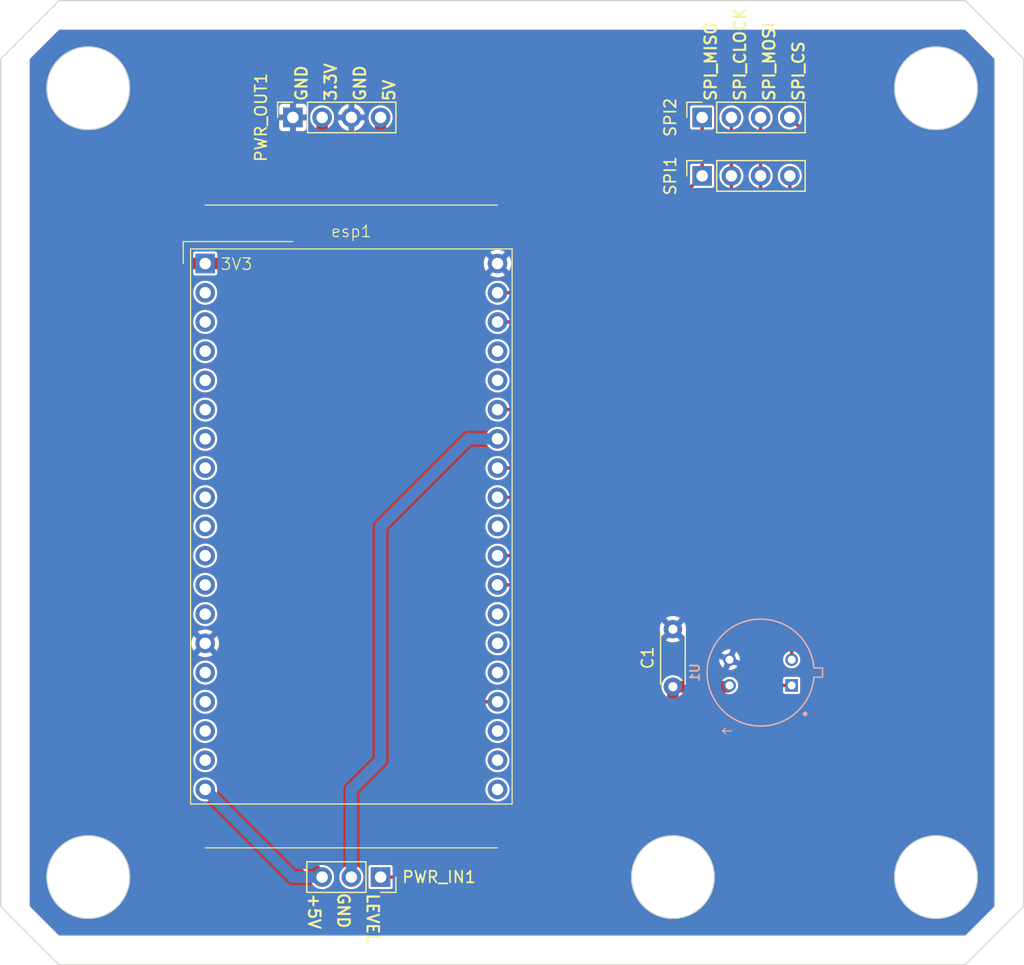
<source format=kicad_pcb>
(kicad_pcb (version 20221018) (generator pcbnew)
  (layers (0 "F.Cu" signal) (31 "B.Cu" signal) (34 "B.Paste" user) (35 "F.Paste" user) (36 "B.SilkS" user "B.Silkscreen") (37 "F.SilkS" user "F.Silkscreen") (38 "B.Mask" user) (39 "F.Mask" user) (44 "Edge.Cuts" user))
  (net 0 "")
  (net 1 "+3.3V")
  (net 2 "MLX_SCL")
  (net 3 "MLX_SDA")
  (net 4 "BatteryLevel")
  (net 5 "GND1")
  (net 6 "+5V")
  (net 30 "SPI_MISO")
  (net 31 "SPI_MOSI")
  (net 32 "SPI_CLOCK")
  (net 33 "SPI_CS2")
  (net 34 "SPI_CS1")
  (net 36 "GND")
  (footprint "Connector_PinSocket_2.54mm:PinSocket_1x04_P2.54mm_Vertical" (layer "F.Cu") (at 43.18 25.4 90)
    (fp_text reference "PWR_OUT1" (at 0 -2.77 90) (layer "F.SilkS"))
    (fp_text value "PowerOut")
    (fp_line (start -1.33 1.27) (end -1.33 8.95) (stroke (width 0.12)) (layer "F.SilkS"))
    (fp_line (start -1.33 1.27) (end 1.33 1.27) (stroke (width 0.12)) (layer "F.SilkS"))
    (fp_line (start -1.33 8.95) (end 1.33 8.95) (stroke (width 0.12)) (layer "F.SilkS"))
    (fp_line (start 0 -1.33) (end 1.33 -1.33) (stroke (width 0.12)) (layer "F.SilkS"))
    (fp_line (start 1.33 -1.33) (end 1.33 0) (stroke (width 0.12)) (layer "F.SilkS"))
    (fp_line (start 1.33 1.27) (end 1.33 8.95) (stroke (width 0.12)) (layer "F.SilkS"))
    (pad "1" thru_hole rect (at 0 0 90) (size 1.7 1.7) (drill 1) (layers "*.Cu" "*.Mask") (net 36 "GND"))
    (pad "2" thru_hole oval (at 0 2.54 90) (size 1.7 1.7) (drill 1) (layers "*.Cu" "*.Mask") (net 1 "+3.3V"))
    (pad "3" thru_hole oval (at 0 5.08 90) (size 1.7 1.7) (drill 1) (layers "*.Cu" "*.Mask") (net 36 "GND"))
    (pad "4" thru_hole oval (at 0 7.62 90) (size 1.7 1.7) (drill 1) (layers "*.Cu" "*.Mask") (net 6 "+5V"))
  )
  (footprint "Connector_PinSocket_2.54mm:PinSocket_1x04_P2.54mm_Vertical" (layer "F.Cu") (at 78.74 30.48 90)
    (fp_text reference "SPI1" (at 0 -2.77 90) (layer "F.SilkS"))
    (fp_text value "SPI1" hide)
    (fp_line (start -1.33 1.27) (end -1.33 8.95) (stroke (width 0.12)) (layer "F.SilkS"))
    (fp_line (start -1.33 1.27) (end 1.33 1.27) (stroke (width 0.12)) (layer "F.SilkS"))
    (fp_line (start -1.33 8.95) (end 1.33 8.95) (stroke (width 0.12)) (layer "F.SilkS"))
    (fp_line (start 0 -1.33) (end 1.33 -1.33) (stroke (width 0.12)) (layer "F.SilkS"))
    (fp_line (start 1.33 -1.33) (end 1.33 0) (stroke (width 0.12)) (layer "F.SilkS"))
    (fp_line (start 1.33 1.27) (end 1.33 8.95) (stroke (width 0.12)) (layer "F.SilkS"))
    (pad "1" thru_hole rect (at 0 0 90) (size 1.7 1.7) (drill 1) (layers "*.Cu" "*.Mask") (net 30 "SPI_MISO"))
    (pad "2" thru_hole oval (at 0 2.54 90) (size 1.7 1.7) (drill 1) (layers "*.Cu" "*.Mask") (net 32 "SPI_CLOCK"))
    (pad "3" thru_hole oval (at 0 5.08 90) (size 1.7 1.7) (drill 1) (layers "*.Cu" "*.Mask") (net 31 "SPI_MOSI"))
    (pad "4" thru_hole oval (at 0 7.62 90) (size 1.7 1.7) (drill 1) (layers "*.Cu" "*.Mask") (net 34 "SPI_CS1"))
  )
  (footprint "Connector_PinSocket_2.54mm:PinSocket_1x04_P2.54mm_Vertical" (layer "F.Cu") (at 78.74 25.4 90)
    (fp_text reference "SPI2" (at 0 -2.77 90) (layer "F.SilkS"))
    (fp_text value "SPI2")
    (fp_line (start -1.33 1.27) (end -1.33 8.95) (stroke (width 0.12)) (layer "F.SilkS"))
    (fp_line (start -1.33 1.27) (end 1.33 1.27) (stroke (width 0.12)) (layer "F.SilkS"))
    (fp_line (start -1.33 8.95) (end 1.33 8.95) (stroke (width 0.12)) (layer "F.SilkS"))
    (fp_line (start 0 -1.33) (end 1.33 -1.33) (stroke (width 0.12)) (layer "F.SilkS"))
    (fp_line (start 1.33 -1.33) (end 1.33 0) (stroke (width 0.12)) (layer "F.SilkS"))
    (fp_line (start 1.33 1.27) (end 1.33 8.95) (stroke (width 0.12)) (layer "F.SilkS"))
    (pad "1" thru_hole rect (at 0 0 90) (size 1.7 1.7) (drill 1) (layers "*.Cu" "*.Mask") (net 30 "SPI_MISO"))
    (pad "2" thru_hole oval (at 0 2.54 90) (size 1.7 1.7) (drill 1) (layers "*.Cu" "*.Mask") (net 32 "SPI_CLOCK"))
    (pad "3" thru_hole oval (at 0 5.08 90) (size 1.7 1.7) (drill 1) (layers "*.Cu" "*.Mask") (net 31 "SPI_MOSI"))
    (pad "4" thru_hole oval (at 0 7.62 90) (size 1.7 1.7) (drill 1) (layers "*.Cu" "*.Mask") (net 33 "SPI_CS2"))
  )
  (footprint "Library:AZdelivery_nodemcu_esp32" (layer "F.Cu") (at 48.26 58.42)
    (fp_text reference "esp1" (at 0 -23.114 unlocked) (layer "F.SilkS") (effects (font (thickness 0.1))))
    (fp_text value "~")
    (fp_text user "3V3" (at -11.43 -19.685 unlocked) (layer "F.SilkS") (effects (font (thickness 0.1)) (justify left bottom)))
    (fp_line (start -14.605 -22.225) (end -14.605 -20.32) (stroke (width 0.1)) (layer "F.SilkS"))
    (fp_line (start -13.97 -21.59) (end -13.97 26.67) (stroke (width 0.1)) (layer "F.SilkS"))
    (fp_line (start -13.97 26.67) (end 13.97 26.67) (stroke (width 0.1)) (layer "F.SilkS"))
    (fp_line (start -5.08 -22.225) (end -14.605 -22.225) (stroke (width 0.1)) (layer "F.SilkS"))
    (fp_line (start 12.7 -25.4) (end -12.7 -25.4) (stroke (width 0.1)) (layer "F.SilkS"))
    (fp_line (start 12.7 30.48) (end -12.7 30.48) (stroke (width 0.1)) (layer "F.SilkS"))
    (fp_line (start 13.97 -21.59) (end -13.97 -21.59) (stroke (width 0.1)) (layer "F.SilkS"))
    (fp_line (start 13.97 26.67) (end 13.97 -21.59) (stroke (width 0.1)) (layer "F.SilkS"))
    (pad "1" thru_hole rect (at -12.7 -20.32) (size 1.7 1.7) (drill 1) (layers "*.Cu" "*.Mask") (net 1 "+3.3V"))
    (pad "2" thru_hole circle (at -12.7 -17.78) (size 1.7 1.7) (drill 1) (layers "*.Cu" "*.Mask"))
    (pad "3" thru_hole circle (at -12.7 -15.24) (size 1.7 1.7) (drill 1) (layers "*.Cu" "*.Mask"))
    (pad "4" thru_hole circle (at -12.7 -12.7) (size 1.7 1.7) (drill 1) (layers "*.Cu" "*.Mask"))
    (pad "5" thru_hole circle (at -12.7 -10.16) (size 1.7 1.7) (drill 1) (layers "*.Cu" "*.Mask"))
    (pad "6" thru_hole circle (at -12.7 -7.62) (size 1.7 1.7) (drill 1) (layers "*.Cu" "*.Mask"))
    (pad "7" thru_hole circle (at -12.7 -5.08) (size 1.7 1.7) (drill 1) (layers "*.Cu" "*.Mask"))
    (pad "8" thru_hole circle (at -12.7 -2.54) (size 1.7 1.7) (drill 1) (layers "*.Cu" "*.Mask"))
    (pad "9" thru_hole circle (at -12.7 0) (size 1.7 1.7) (drill 1) (layers "*.Cu" "*.Mask"))
    (pad "10" thru_hole circle (at -12.7 2.54) (size 1.7 1.7) (drill 1) (layers "*.Cu" "*.Mask"))
    (pad "11" thru_hole circle (at -12.7 5.08) (size 1.7 1.7) (drill 1) (layers "*.Cu" "*.Mask"))
    (pad "12" thru_hole circle (at -12.7 7.62) (size 1.7 1.7) (drill 1) (layers "*.Cu" "*.Mask"))
    (pad "13" thru_hole circle (at -12.7 10.16) (size 1.7 1.7) (drill 1) (layers "*.Cu" "*.Mask"))
    (pad "14" thru_hole circle (at -12.7 12.7) (size 1.7 1.7) (drill 1) (layers "*.Cu" "*.Mask") (net 36 "GND"))
    (pad "15" thru_hole circle (at -12.7 15.24) (size 1.7 1.7) (drill 1) (layers "*.Cu" "*.Mask"))
    (pad "16" thru_hole circle (at -12.7 17.78) (size 1.7 1.7) (drill 1) (layers "*.Cu" "*.Mask"))
    (pad "17" thru_hole circle (at -12.7 20.32) (size 1.7 1.7) (drill 1) (layers "*.Cu" "*.Mask"))
    (pad "18" thru_hole circle (at -12.7 22.86) (size 1.7 1.7) (drill 1) (layers "*.Cu" "*.Mask"))
    (pad "19" thru_hole circle (at -12.7 25.4) (size 1.7 1.7) (drill 1) (layers "*.Cu" "*.Mask") (net 6 "+5V"))
    (pad "20" thru_hole circle (at 12.7 -20.32) (size 1.7 1.7) (drill 1) (layers "*.Cu" "*.Mask") (net 36 "GND"))
    (pad "21" thru_hole circle (at 12.7 -17.78) (size 1.7 1.7) (drill 1) (layers "*.Cu" "*.Mask") (net 30 "SPI_MISO"))
    (pad "22" thru_hole circle (at 12.7 -15.24) (size 1.7 1.7) (drill 1) (layers "*.Cu" "*.Mask") (net 32 "SPI_CLOCK"))
    (pad "23" thru_hole circle (at 12.7 -12.7) (size 1.7 1.7) (drill 1) (layers "*.Cu" "*.Mask"))
    (pad "24" thru_hole circle (at 12.7 -10.16) (size 1.7 1.7) (drill 1) (layers "*.Cu" "*.Mask"))
    (pad "25" thru_hole circle (at 12.7 -7.62) (size 1.7 1.7) (drill 1) (layers "*.Cu" "*.Mask") (net 31 "SPI_MOSI"))
    (pad "26" thru_hole circle (at 12.7 -5.08) (size 1.7 1.7) (drill 1) (layers "*.Cu" "*.Mask") (net 5 "GND1"))
    (pad "27" thru_hole circle (at 12.7 -2.54) (size 1.7 1.7) (drill 1) (layers "*.Cu" "*.Mask") (net 34 "SPI_CS1"))
    (pad "28" thru_hole circle (at 12.7 0) (size 1.7 1.7) (drill 1) (layers "*.Cu" "*.Mask") (net 33 "SPI_CS2"))
    (pad "29" thru_hole circle (at 12.7 2.54) (size 1.7 1.7) (drill 1) (layers "*.Cu" "*.Mask"))
    (pad "30" thru_hole circle (at 12.7 5.08) (size 1.7 1.7) (drill 1) (layers "*.Cu" "*.Mask") (net 3 "MLX_SDA"))
    (pad "31" thru_hole circle (at 12.7 7.62) (size 1.7 1.7) (drill 1) (layers "*.Cu" "*.Mask") (net 2 "MLX_SCL"))
    (pad "32" thru_hole circle (at 12.7 10.16) (size 1.7 1.7) (drill 1) (layers "*.Cu" "*.Mask"))
    (pad "33" thru_hole circle (at 12.7 12.7) (size 1.7 1.7) (drill 1) (layers "*.Cu" "*.Mask"))
    (pad "34" thru_hole circle (at 12.7 15.24) (size 1.7 1.7) (drill 1) (layers "*.Cu" "*.Mask"))
    (pad "35" thru_hole circle (at 12.7 17.78) (size 1.7 1.7) (drill 1) (layers "*.Cu" "*.Mask") (net 4 "BatteryLevel"))
    (pad "36" thru_hole circle (at 12.7 20.32) (size 1.7 1.7) (drill 1) (layers "*.Cu" "*.Mask"))
    (pad "37" thru_hole circle (at 12.7 22.86) (size 1.7 1.7) (drill 1) (layers "*.Cu" "*.Mask"))
    (pad "38" thru_hole circle (at 12.7 25.4) (size 1.7 1.7) (drill 1) (layers "*.Cu" "*.Mask"))
  )
  (footprint "Connector_PinSocket_2.54mm:PinSocket_1x03_P2.54mm_Vertical" (layer "F.Cu") (at 50.8 91.44 -90)
    (fp_text reference "PWR_IN1" (at 0 -5.08) (layer "F.SilkS"))
    (fp_text value "Battery")
    (fp_line (start -1.33 1.27) (end -1.33 6.41) (stroke (width 0.12)) (layer "F.SilkS"))
    (fp_line (start -1.33 1.27) (end 1.33 1.27) (stroke (width 0.12)) (layer "F.SilkS"))
    (fp_line (start -1.33 6.41) (end 1.33 6.41) (stroke (width 0.12)) (layer "F.SilkS"))
    (fp_line (start 0 -1.33) (end 1.33 -1.33) (stroke (width 0.12)) (layer "F.SilkS"))
    (fp_line (start 1.33 -1.33) (end 1.33 0) (stroke (width 0.12)) (layer "F.SilkS"))
    (fp_line (start 1.33 1.27) (end 1.33 6.41) (stroke (width 0.12)) (layer "F.SilkS"))
    (pad "1" thru_hole rect (at 0 0 270) (size 1.7 1.7) (drill 1) (layers "*.Cu" "*.Mask") (net 4 "BatteryLevel"))
    (pad "2" thru_hole oval (at 0 2.54 270) (size 1.7 1.7) (drill 1) (layers "*.Cu" "*.Mask") (net 5 "GND1"))
    (pad "3" thru_hole oval (at 0 5.08 270) (size 1.7 1.7) (drill 1) (layers "*.Cu" "*.Mask") (net 6 "+5V"))
  )
  (footprint "Capacitor_THT:C_Disc_D4.3mm_W1.9mm_P5.00mm" (layer "F.Cu") (at 76.2 74.89 90)
    (fp_text reference "C1" (at 2.5 -2.2 90) (layer "F.SilkS"))
    (fp_text value "C_Polarized")
    (fp_line (start 0.23 -1.07) (end 0.23 -1.055) (stroke (width 0.12)) (layer "F.SilkS"))
    (fp_line (start 0.23 -1.07) (end 4.77 -1.07) (stroke (width 0.12)) (layer "F.SilkS"))
    (fp_line (start 0.23 1.055) (end 0.23 1.07) (stroke (width 0.12)) (layer "F.SilkS"))
    (fp_line (start 0.23 1.07) (end 4.77 1.07) (stroke (width 0.12)) (layer "F.SilkS"))
    (fp_line (start 4.77 -1.07) (end 4.77 -1.055) (stroke (width 0.12)) (layer "F.SilkS"))
    (fp_line (start 4.77 1.055) (end 4.77 1.07) (stroke (width 0.12)) (layer "F.SilkS"))
    (pad "1" thru_hole circle (at 0 0 90) (size 1.6 1.6) (drill 0.8) (layers "*.Cu" "*.Mask") (net 1 "+3.3V"))
    (pad "2" thru_hole circle (at 5 0 90) (size 1.6 1.6) (drill 0.8) (layers "*.Cu" "*.Mask") (net 36 "GND"))
  )
  (footprint "Library:TO292P930H600-4" (layer "B.Cu") (at 83.82 73.66 -90)
    (fp_text reference "U1" (at 0 5.715 90) (layer "B.SilkS") (effects (font (size 0.8 0.8)) (justify mirror)))
    (fp_text value "MLX90621ESF-BAB-000-SP")
    (fp_line (start -0.400003 -5.379993) (end 0.400001 -5.380002) (stroke (width 0.127)) (layer "B.SilkS"))
    (fp_line (start -0.400002 -4.6335) (end -0.400003 -5.379993) (stroke (width 0.127)) (layer "B.SilkS"))
    (fp_line (start 0.400001 -5.380002) (end 0.399996 -4.633496) (stroke (width 0.127)) (layer "B.SilkS"))
    (fp_line (start 4.826 3.048) (end 5.08 3.302) (stroke (width 0.1)) (layer "B.SilkS"))
    (fp_line (start 5.08 2.54) (end 5.08 3.302) (stroke (width 0.1)) (layer "B.SilkS"))
    (fp_line (start 5.08 3.302) (end 5.334 3.048) (stroke (width 0.1)) (layer "B.SilkS"))
    (fp_arc (start -4.649997 0.000007) (mid -3.426625 -3.143745) (end -0.400002 -4.6335) (stroke (width 0.127)) (layer "B.SilkS"))
    (fp_arc (start 0.000008 4.649997) (mid -3.288039 3.28805) (end -4.649997 0.000008) (stroke (width 0.127)) (layer "B.SilkS"))
    (fp_arc (start 0.399995 -4.633496) (mid 3.426522 -3.143664) (end 4.649997 -0.000008) (stroke (width 0.127)) (layer "B.SilkS"))
    (fp_arc (start 4.649997 -0.000008) (mid 3.28805 3.288039) (end 0.000008 4.649997) (stroke (width 0.127)) (layer "B.SilkS"))
    (fp_circle (center 3.592718 -3.869415) (end 3.50033 -3.831147) (stroke (width 0.2)) (fill none) (layer "B.SilkS"))
    (pad "1" thru_hole rect (at 1.117434 -2.697725 90) (size 1.1 1.1) (drill 0.7) (layers "*.Cu" "*.Mask") (net 2 "MLX_SCL"))
    (pad "2" thru_hole circle (at -1.117436 -2.697728 112.5) (size 1.1 1.1) (drill 0.7) (layers "*.Cu" "*.Mask") (net 3 "MLX_SDA"))
    (pad "3" thru_hole circle (at 1.117436 2.697728 112.5) (size 1.1 1.1) (drill 0.7) (layers "*.Cu" "*.Mask") (net 1 "+3.3V"))
    (pad "4" thru_hole circle (at -1.117434 2.697725 112.5) (size 1.1 1.1) (drill 0.7) (layers "*.Cu" "*.Mask") (net 36 "GND"))
  )
  (gr_line (start 106.68 93.98) (end 106.68 20.32) (stroke (width 0.1)) (layer "Edge.Cuts"))
  (gr_line (start 101.6 15.24) (end 22.86 15.24) (stroke (width 0.1)) (layer "Edge.Cuts"))
  (gr_line (start 101.6 99.06) (end 106.68 93.98) (stroke (width 0.1)) (layer "Edge.Cuts"))
  (gr_line (start 22.86 15.24) (end 17.78 20.32) (stroke (width 0.1)) (layer "Edge.Cuts"))
  (gr_line (start 22.86 99.06) (end 101.6 99.06) (stroke (width 0.1)) (layer "Edge.Cuts"))
  (gr_circle (center 76.2 91.44) (end 78.74 88.9) (stroke (width 0.1)) (fill none) (layer "Edge.Cuts"))
  (gr_line (start 17.78 20.32) (end 17.78 93.98) (stroke (width 0.1)) (layer "Edge.Cuts"))
  (gr_circle (center 25.4 91.44) (end 22.86 93.98) (stroke (width 0.1)) (fill none) (layer "Edge.Cuts"))
  (gr_line (start 17.78 93.98) (end 22.86 99.06) (stroke (width 0.1)) (layer "Edge.Cuts"))
  (gr_line (start 106.68 20.32) (end 101.6 15.24) (stroke (width 0.1)) (layer "Edge.Cuts"))
  (gr_circle (center 99.06 91.44) (end 101.6 88.9) (stroke (width 0.1)) (fill none) (layer "Edge.Cuts"))
  (gr_circle (center 25.4 22.86) (end 22.86 20.32) (stroke (width 0.1)) (fill none) (layer "Edge.Cuts"))
  (gr_circle (center 99.06 22.86) (end 101.6 20.32) (stroke (width 0.1)) (fill none) (layer "Edge.Cuts"))
  (gr_text "SPI_CLOCK" (at 82.61 24.07 90) (layer "F.SilkS") (effects (font (size 1 1) (thickness 0.1875)) (justify left bottom)))
  (gr_text "SPI_CS" (at 87.69 24.07 90) (layer "F.SilkS") (effects (font (size 1 1) (thickness 0.1875)) (justify left bottom)))
  (gr_text "SPI_MISO" (at 80.07 24.07 90) (layer "F.SilkS") (effects (font (size 1 1) (thickness 0.1875)) (justify left bottom)))
  (gr_text "LEVEL" (at 49.53 92.77 -90) (layer "F.SilkS") (effects (font (size 1 1) (thickness 0.1875)) (justify left bottom)))
  (gr_text "GND" (at 44.51 24.07 90) (layer "F.SilkS") (effects (font (size 1 1) (thickness 0.1875) bold) (justify left bottom)))
  (gr_text "5V" (at 52.13 24.07 90) (layer "F.SilkS") (effects (font (size 1 1) (thickness 0.1875) bold) (justify left bottom)))
  (gr_text "+5V" (at 44.45 92.77 -90) (layer "F.SilkS") (effects (font (size 1 1) (thickness 0.1875)) (justify left bottom)))
  (gr_text "SPI_MOSI" (at 85.15 24.07 90) (layer "F.SilkS") (effects (font (size 1 1) (thickness 0.1875)) (justify left bottom)))
  (gr_text "GND" (at 46.99 92.71 -90) (layer "F.SilkS") (effects (font (size 1 1) (thickness 0.1875)) (justify left bottom)))
  (gr_text "3.3V" (at 47.05 24.07 90) (layer "F.SilkS") (effects (font (size 1 1) (thickness 0.1875) bold) (justify left bottom)))
  (gr_text "GND" (at 49.59 24.07 90) (layer "F.SilkS") (effects (font (size 1 1) (thickness 0.1875) bold) (justify left bottom)))
  (segment (start 35.56 38.1) (end 31.75 38.1) (width 1) (layer "F.Cu") (net 1))
  (segment (start 35.56 38.1) (end 40.64 38.1) (width 1) (layer "F.Cu") (net 1))
  (segment (start 40.64 38.1) (end 45.72 33.02) (width 1) (layer "F.Cu") (net 1))
  (segment (start 68.58 88.9) (end 76.2 81.28) (width 1) (layer "F.Cu") (net 1))
  (segment (start 31.75 38.1) (end 30.48 39.37) (width 1) (layer "F.Cu") (net 1))
  (segment (start 39.37 95.25) (end 66.04 95.25) (width 1) (layer "F.Cu") (net 1))
  (segment (start 30.48 86.36) (end 39.37 95.25) (width 1) (layer "F.Cu") (net 1))
  (segment (start 30.48 39.37) (end 30.48 86.36) (width 1) (layer "F.Cu") (net 1))
  (segment (start 45.72 33.02) (end 45.72 25.4) (width 1) (layer "F.Cu") (net 1))
  (segment (start 76.2 74.89) (end 81.009708 74.89) (width 1) (layer "F.Cu") (net 1))
  (segment (start 76.2 81.28) (end 76.2 74.89) (width 1) (layer "F.Cu") (net 1))
  (segment (start 66.04 95.25) (end 68.58 92.71) (width 1) (layer "F.Cu") (net 1))
  (segment (start 68.58 92.71) (end 68.58 88.9) (width 1) (layer "F.Cu") (net 1))
  (segment (start 81.009708 74.89) (end 81.122272 74.777436) (width 1) (layer "F.Cu") (net 1))
  (segment (start 84.937434 74.777434) (end 83.82 73.66) (width 0.3) (layer "F.Cu") (net 2))
  (segment (start 86.517725 74.777434) (end 84.937434 74.777434) (width 0.3) (layer "F.Cu") (net 2))
  (segment (start 81.28 66.04) (end 60.96 66.04) (width 0.3) (layer "F.Cu") (net 2))
  (segment (start 83.82 73.66) (end 83.82 68.58) (width 0.3) (layer "F.Cu") (net 2))
  (segment (start 83.82 68.58) (end 81.28 66.04) (width 0.3) (layer "F.Cu") (net 2))
  (segment (start 86.517728 66.197728) (end 83.82 63.5) (width 0.3) (layer "F.Cu") (net 3))
  (segment (start 86.517728 72.542564) (end 86.517728 66.197728) (width 0.3) (layer "F.Cu") (net 3))
  (segment (start 83.82 63.5) (end 60.96 63.5) (width 0.3) (layer "F.Cu") (net 3))
  (segment (start 57.15 76.2) (end 55.88 77.47) (width 0.3) (layer "F.Cu") (net 4))
  (segment (start 53.34 91.44) (end 50.8 91.44) (width 0.3) (layer "F.Cu") (net 4))
  (segment (start 60.96 76.2) (end 57.15 76.2) (width 0.3) (layer "F.Cu") (net 4))
  (segment (start 55.88 77.47) (end 55.88 88.9) (width 0.3) (layer "F.Cu") (net 4))
  (segment (start 55.88 88.9) (end 53.34 91.44) (width 0.3) (layer "F.Cu") (net 4))
  (segment (start 58.42 53.34) (end 50.8 60.96) (width 1) (layer "B.Cu") (net 5))
  (segment (start 50.8 81.28) (end 48.26 83.82) (width 1) (layer "B.Cu") (net 5))
  (segment (start 50.8 60.96) (end 50.8 81.28) (width 1) (layer "B.Cu") (net 5))
  (segment (start 58.42 53.34) (end 60.96 53.34) (width 1) (layer "B.Cu") (net 5))
  (segment (start 48.26 83.82) (end 48.26 91.44) (width 1) (layer "B.Cu") (net 5))
  (segment (start 50.8 38.1) (end 50.8 25.4) (width 1) (layer "F.Cu") (net 6))
  (segment (start 45.72 91.44) (end 43.18 88.9) (width 1) (layer "F.Cu") (net 6))
  (segment (start 43.18 88.9) (end 43.18 45.72) (width 1) (layer "F.Cu") (net 6))
  (segment (start 43.18 45.72) (end 50.8 38.1) (width 1) (layer "F.Cu") (net 6))
  (segment (start 43.18 91.44) (end 35.56 83.82) (width 1) (layer "B.Cu") (net 6))
  (segment (start 45.72 91.44) (end 43.18 91.44) (width 1) (layer "B.Cu") (net 6))
  (segment (start 78.74 25.4) (end 78.74 30.48) (width 0.3) (layer "F.Cu") (net 30))
  (segment (start 68.58 40.64) (end 60.96 40.64) (width 0.3) (layer "F.Cu") (net 30))
  (segment (start 78.74 30.48) (end 68.58 40.64) (width 0.3) (layer "F.Cu") (net 30))
  (segment (start 83.82 25.4) (end 83.82 30.48) (width 0.3) (layer "F.Cu") (net 31))
  (segment (start 68.58 50.8) (end 60.96 50.8) (width 0.3) (layer "F.Cu") (net 31))
  (segment (start 83.82 35.56) (end 68.58 50.8) (width 0.3) (layer "F.Cu") (net 31))
  (segment (start 83.82 30.48) (end 83.82 35.56) (width 0.3) (layer "F.Cu") (net 31))
  (segment (start 68.58 43.18) (end 60.96 43.18) (width 0.3) (layer "F.Cu") (net 32))
  (segment (start 71.12 43.18) (end 68.58 43.18) (width 0.3) (layer "F.Cu") (net 32))
  (segment (start 81.28 25.4) (end 81.28 30.48) (width 0.3) (layer "F.Cu") (net 32))
  (segment (start 81.28 30.48) (end 81.28 33.02) (width 0.3) (layer "F.Cu") (net 32))
  (segment (start 81.28 33.02) (end 71.12 43.18) (width 0.3) (layer "F.Cu") (net 32))
  (segment (start 88.9 38.1) (end 68.58 58.42) (width 0.3) (layer "F.Cu") (net 33))
  (segment (start 86.36 25.4) (end 88.9 27.94) (width 0.3) (layer "F.Cu") (net 33))
  (segment (start 68.58 58.42) (end 60.96 58.42) (width 0.3) (layer "F.Cu") (net 33))
  (segment (start 88.9 27.94) (end 88.9 38.1) (width 0.3) (layer "F.Cu") (net 33))
  (segment (start 86.36 38.1) (end 68.58 55.88) (width 0.3) (layer "F.Cu") (net 34))
  (segment (start 86.36 30.48) (end 86.36 38.1) (width 0.3) (layer "F.Cu") (net 34))
  (segment (start 68.58 55.88) (end 60.96 55.88) (width 0.3) (layer "F.Cu") (net 34))
  (zone (net 36) (net_name "GND") (layers "F&B.Cu") (connect_pads (clearance 0.2)) (min_thickness 0.2) (fill yes (thermal_gap 0.35) (thermal_bridge_width 0.5))
    (polygon (pts (xy 104.14 93.98) (xy 104.14 20.32) (xy 101.6 17.78) (xy 22.86 17.78) (xy 20.32 20.32) (xy 20.32 93.98) (xy 22.86 96.52) (xy 101.6 96.52)))
  )
)
</source>
